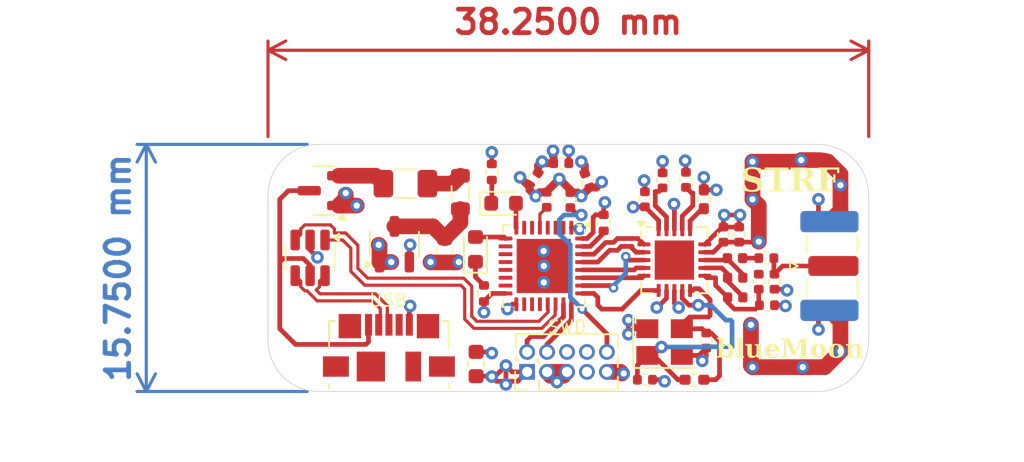
<source format=kicad_pcb>
(kicad_pcb (version 20240108) (generator "pcbnew") (generator_version "8.0")
  (layers (0 "F.Cu" signal) (1 "In1.Cu" signal) (2 "In2.Cu" signal) (31 "B.Cu" signal) (34 "B.Paste" user) (35 "F.Paste" user) (36 "B.SilkS" user "B.Silkscreen") (37 "F.SilkS" user "F.Silkscreen") (38 "B.Mask" user) (39 "F.Mask" user) (44 "Edge.Cuts" user))
  (net 0 "")
  (net 1 "NRF_XC1")
  (net 2 "NRF_XC2")
  (net 3 "Net-(U4-IREF)")
  (net 4 "GND")
  (net 5 "Net-(D1-K)")
  (net 6 "Net-(D2-K)")
  (net 7 "Net-(U2-PH3)")
  (net 8 "USB_CONN_D-")
  (net 9 "USB_D-")
  (net 10 "USB_D+")
  (net 11 "+5V")
  (net 12 "USB_CONN_D+")
  (net 13 "Net-(U1-VI)")
  (net 14 "+3.3V")
  (net 15 "Net-(Q1-S)")
  (net 17 "SPI_SCK")
  (net 23 "SPI_CSN")
  (net 26 "Net-(D1-A)")
  (net 29 "SWDIO")
  (net 31 "NRF_IRQ")
  (net 32 "SWDCLK")
  (net 35 "SPI_MOSI")
  (net 36 "NRF_CE")
  (net 37 "SPI_MISO")
  (net 38 "NRST")
  (net 39 "Net-(D2-A)")
  (net 40 "NRF_ANT2")
  (net 41 "Net-(U4-DVDD)")
  (net 42 "NRF_VDD_PA")
  (net 43 "NRF_ANT1")
  (net 44 "Net-(F2-Pad2)")
  (net 45 "Net-(C13-Pad1)")
  (net 56 "Net-(J3-In)")
  (footprint "Capacitor_SMD:C_0402_1005Metric" (layer "F.Cu") (at 168.3625 82.2575 -90)
    (property "Reference" "C10" (hide yes))
    (property "Value" "10n" (hide yes))
  )
  (footprint "Capacitor_SMD:C_0402_1005Metric" (layer "F.Cu") (at 162.08583 82.298947 -70)
    (property "Reference" "C6" (hide yes))
    (property "Value" "1u" (hide yes))
  )
  (footprint "Connector_USB:USB_Micro-B_Molex_47346-0001" (layer "F.Cu") (at 149.45 92.96)
    (property "Reference" "J2" (hide yes))
    (property "Value" "USB_B_Micro" (hide yes))
  )
  (footprint "Capacitor_SMD:C_0402_1005Metric" (layer "F.Cu") (at 171.75 85.75 -90)
    (property "Reference" "C11" (hide yes))
    (property "Value" "10n" (hide yes))
  )
  (footprint "Inductor_SMD:L_0402_1005Metric" (layer "F.Cu") (at 171.5 88.5 180)
    (property "Reference" "L1" (hide yes))
    (property "Value" "8n2" (hide yes))
  )
  (footprint "Capacitor_SMD:C_0402_1005Metric" (layer "F.Cu") (at 159.5 83.528947 90)
    (property "Reference" "C5" (hide yes))
    (property "Value" "100n" (hide yes))
  )
  (footprint "Capacitor_SMD:C_0402_1005Metric" (layer "F.Cu") (at 174 88.75 90)
    (property "Reference" "C14" (hide yes))
    (property "Value" "1p" (hide yes))
  )
  (footprint "Capacitor_SMD:C_0402_1005Metric" (layer "F.Cu") (at 160.42166 81.2)
    (property "Reference" "C3" (hide yes))
    (property "Value" "100n" (hide yes))
  )
  (footprint "Capacitor_SMD:C_0402_1005Metric" (layer "F.Cu") (at 173 88.75 -90)
    (property "Reference" "C15" (hide yes))
    (property "Value" "2n2" (hide yes))
  )
  (footprint "Connector_Coaxial:SMA_Samtec_SMA-J-P-H-ST-EM1_EdgeMount" (layer "F.Cu") (at 177.75 87.75)
    (property "Reference" "J3" (hide yes))
    (property "Value" "SMA" (hide yes))
  )
  (footprint "Package_TO_SOT_SMD:SOT-23-6" (layer "F.Cu") (at 144.43125 87.231249 -90)
    (property "Reference" "U3" (hide yes))
    (property "Value" "USBLC6-2SC6" (hide yes))
  )
  (footprint "Resistor_SMD:R_0402_1005Metric" (layer "F.Cu") (at 156 81.76 -90)
    (property "Reference" "R3" (hide yes))
    (property "Value" "2k2" (hide yes))
  )
  (footprint "Resistor_SMD:R_0402_1005Metric_Pad0.72x0.64mm_HandSolder" (layer "F.Cu") (at 168.9025 95 180)
    (property "Reference" "R5" (hide yes))
    (property "Value" "1M" (hide yes))
  )
  (footprint "Resistor_SMD:R_0402_1005Metric" (layer "F.Cu") (at 163.125 85 -90)
    (property "Reference" "R1" (hide yes))
    (property "Value" "10k" (hide yes))
  )
  (footprint "Capacitor_SMD:C_0402_1005Metric" (layer "F.Cu") (at 165.75 95)
    (property "Reference" "C17" (hide yes))
    (property "Value" "12p" (hide yes))
  )
  (footprint "Capacitor_SMD:C_0402_1005Metric" (layer "F.Cu") (at 170.75 85.75 -90)
    (property "Reference" "C8" (hide yes))
    (property "Value" "10u" (hide yes))
  )
  (footprint "Capacitor_SMD:C_0402_1005Metric" (layer "F.Cu") (at 169.6525 92.5 -90)
    (property "Reference" "C18" (hide yes))
    (property "Value" "12p" (hide yes))
  )
  (footprint "Inductor_SMD:L_0805_2012Metric" (layer "F.Cu") (at 154 83.0625 -90)
    (property "Reference" "FB1" (hide yes))
    (property "Value" "100Ω@100MHz" (hide yes))
  )
  (footprint "Capacitor_SMD:C_0402_1005Metric" (layer "F.Cu") (at 165.75 83.5 -90)
    (property "Reference" "C9" (hide yes))
    (property "Value" "10n" (hide yes))
  )
  (footprint "Fuse:Fuse_1206_3216Metric" (layer "F.Cu") (at 150.5 82.5)
    (property "Reference" "F2" (hide yes))
    (property "Value" "100mA" (hide yes))
  )
  (footprint "Capacitor_SMD:C_0402_1005Metric" (layer "F.Cu") (at 161 83.548947 90)
    (property "Reference" "C7" (hide yes))
    (property "Value" "100n" (hide yes))
  )
  (footprint "Capacitor_SMD:C_0402_1005Metric" (layer "F.Cu") (at 158.67166 82.2 -125)
    (property "Reference" "C4" (hide yes))
    (property "Value" "100n" (hide yes))
  )
  (footprint "Capacitor_SMD:C_0402_1005Metric" (layer "F.Cu") (at 166.875 82.295 90)
    (property "Reference" "C12" (hide yes))
    (property "Value" "33n" (hide yes))
  )
  (footprint "Inductor_SMD:L_0402_1005Metric" (layer "F.Cu") (at 171.5 89.75 180)
    (property "Reference" "L3" (hide yes))
    (property "Value" "2n7" (hide yes))
  )
  (footprint "Capacitor_SMD:C_0402_1005Metric" (layer "F.Cu") (at 173.52 90.25 180)
    (property "Reference" "C16" (hide yes))
    (property "Value" "4p7" (hide yes))
  )
  (footprint "Resistor_SMD:R_0402_1005Metric" (layer "F.Cu") (at 155.5 89.5 90)
    (property "Reference" "R2" (hide yes))
    (property "Value" "2k2" (hide yes))
  )
  (footprint "Capacitor_SMD:C_0603_1608Metric" (layer "F.Cu") (at 153 86.75 -90)
    (property "Reference" "C1" (hide yes))
    (property "Value" "10u" (hide yes))
  )
  (footprint "Capacitor_SMD:C_0603_1608Metric" (layer "F.Cu") (at 155 94 90)
    (property "Reference" "C2" (hide yes))
    (property "Value" "10u" (hide yes))
  )
  (footprint "Resistor_SMD:R_0402_1005Metric_Pad0.72x0.64mm_HandSolder" (layer "F.Cu") (at 169.5 83.5 -90)
    (property "Reference" "R4" (hide yes))
    (property "Value" "22k" (hide yes))
  )
  (footprint "Connector_PinHeader_1.27mm:PinHeader_2x05_P1.27mm_Vertical" (layer "F.Cu") (at 158.25 94.5 90)
    (property "Reference" "J1" (hide yes))
    (property "Value" "Conn_02x05_Odd_Even" (hide yes))
  )
  (footprint "LED_SMD:LED_0603_1608Metric" (layer "F.Cu") (at 154.96 86.6925 90)
    (property "Reference" "D2" (hide yes))
    (property "Value" "Green" (hide yes))
  )
  (footprint "Package_TO_SOT_SMD:SOT-23" (layer "F.Cu") (at 145.3125 82.95 180)
    (property "Reference" "Q1" (hide yes))
    (property "Value" "AO3401A" (hide yes))
  )
  (footprint "Package_DFN_QFN:QFN-32-1EP_5x5mm_P0.5mm_EP3.45x3.45mm" (layer "F.Cu") (at 159.3125 87.75 -90)
    (property "Reference" "U2" (hide yes))
    (property "Value" "STM32L432KBUx" (hide yes))
  )
  (footprint "Crystal:Crystal_SMD_3225-4Pin_3.2x2.5mm" (layer "F.Cu") (at 167.0025 92.6)
    (property "Reference" "Y1" (hide yes))
    (property "Value" "16MHz" (hide yes))
  )
  (footprint "Package_DFN_QFN:QFN-20-1EP_4x4mm_P0.5mm_EP2.5x2.5mm" (layer "F.Cu") (at 167.625 87.375)
    (property "Reference" "U4" (hide yes))
    (property "Value" "NRF24L01" (hide yes))
  )
  (footprint "Package_TO_SOT_SMD:SOT-23-3" (layer "F.Cu") (at 149.8 86.3625 90)
    (property "Reference" "U1" (hide yes))
    (property "Value" "XC6206PxxxMR" (hide yes))
  )
  (footprint "Capacitor_SMD:C_0402_1005Metric" (layer "F.Cu") (at 173.48 87.25)
    (property "Reference" "C13" (hide yes))
    (property "Value" "1p5" (hide yes))
  )
  (footprint "LED_SMD:LED_0603_1608Metric" (layer "F.Cu") (at 156.75 83.75)
    (property "Reference" "D1" (hide yes))
    (property "Value" "Yellow" (hide yes))
  )
  (footprint "Inductor_SMD:L_0402_1005Metric" (layer "F.Cu") (at 171.485 87.25)
    (property "Reference" "L2" (hide yes))
    (property "Value" "3n9" (hide yes))
  )
  (gr_arc (start 141.75 83.25) (mid 142.701903 80.951903) (end 145 80) (stroke (width 0.05)) (layer "Edge.Cuts"))
  (gr_line (start 141.75 92.5) (end 141.75 83.25) (stroke (width 0.05)) (layer "Edge.Cuts"))
  (gr_arc (start 145 95.75) (mid 142.701903 94.798097) (end 141.75 92.5) (stroke (width 0.05)) (layer "Edge.Cuts"))
  (gr_arc (start 180 92.5) (mid 179.048097 94.798097) (end 176.75 95.75) (stroke (width 0.05)) (layer "Edge.Cuts"))
  (gr_arc (start 176.75 80) (mid 179.048097 80.951903) (end 180 83.25) (stroke (width 0.05)) (layer "Edge.Cuts"))
  (gr_line (start 180 92.5) (end 180 83.25) (stroke (width 0.05)) (layer "Edge.Cuts"))
  (gr_line (start 145 80) (end 176.75 80) (stroke (width 0.05)) (layer "Edge.Cuts"))
  (gr_line (start 145 95.75) (end 176.75 95.75) (stroke (width 0.05)) (layer "Edge.Cuts"))
  (gr_text "STRF" (at 175 81.5 0) (layer "F.SilkS") (effects (font (size 1.5 1.5) (thickness 0.2) (bold yes) (italic yes)) (justify top)))
  (gr_text "USB" (at 149.4 90.4 0) (layer "F.SilkS") (effects (font (size 0.8 0.8) (thickness 0.1)) (justify bottom)))
  (gr_text "SWD" (at 160.79 92.1 0) (layer "F.SilkS") (effects (font (size 0.8 0.8) (thickness 0.1)) (justify bottom)))
  (gr_text "blueMoon" (at 175 93.8 0) (layer "F.SilkS") (effects (font (size 1.2 1.2) (thickness 0.2) (bold yes)) (justify bottom)))
  (dimension (type aligned) (layer "F.Cu") (pts (xy 141.75 80) (xy 180 80)) (height -6) (gr_text "38.2500 mm" (at 160.875 72.2 0) (layer "F.Cu") (effects (font (size 1.5 1.5) (thickness 0.3)))) (format (prefix "") (suffix "") (units 3) (units_format 1) (precision 4)) (style (thickness 0.2) (arrow_length 1.27) (text_position_mode 0) (extension_height 0.58642) (extension_offset 0.5) keep_text_aligned))
  (dimension (type aligned) (layer "B.Cu") (pts (xy 144.75 80) (xy 144.75 95.75)) (height 10.75) (gr_text "15.7500 mm" (at 132.2 87.875 90) (layer "B.Cu") (effects (font (size 1.5 1.5) (thickness 0.3)))) (format (prefix "") (suffix "") (units 3) (units_format 1) (precision 4)) (style (thickness 0.2) (arrow_length 1.27) (text_position_mode 0) (extension_height 0.58642) (extension_offset 0.5) keep_text_aligned))
  (segment (start 168.1025 91.4975) (end 168.6 91) (width 0.3) (layer "F.Cu") (net 1))
  (segment (start 170.5 94.75) (end 170.5 92.557501) (width 0.3) (layer "F.Cu") (net 1))
  (segment (start 169.8 91) (end 169.9 90.9) (width 0.3) (layer "F.Cu") (net 1))
  (segment (start 170.5 92.557501) (end 169.962499 92.02) (width 0.3) (layer "F.Cu") (net 1))
  (segment (start 168.7875 89.3125) (end 168.625 89.3125) (width 0.3) (layer "F.Cu") (net 1))
  (segment (start 169.9 89.9) (end 169.2 89.2) (width 0.3) (layer "F.Cu") (net 1))
  (segment (start 169.962499 92.02) (end 169.6525 92.02) (width 0.3) (layer "F.Cu") (net 1))
  (segment (start 170.25 95) (end 170.5 94.75) (width 0.3) (layer "F.Cu") (net 1))
  (segment (start 168.9 89.2) (end 168.7875 89.3125) (width 0.3) (layer "F.Cu") (net 1))
  (segment (start 168.1025 91.75) (end 168.1025 91.4975) (width 0.3) (layer "F.Cu") (net 1))
  (segment (start 168.1025 91.75) (end 169.3825 91.75) (width 0.3) (layer "F.Cu") (net 1))
  (segment (start 169.9 90.9) (end 169.9 89.9) (width 0.3) (layer "F.Cu") (net 1))
  (segment (start 169.5 95) (end 170.25 95) (width 0.3) (layer "F.Cu") (net 1))
  (segment (start 168.6 91) (end 169.8 91) (width 0.3) (layer "F.Cu") (net 1))
  (segment (start 169.2 89.2) (end 168.9 89.2) (width 0.3) (layer "F.Cu") (net 1))
  (segment (start 169.3825 91.75) (end 169.6525 92.02) (width 0.3) (layer "F.Cu") (net 1))
  (segment (start 166.268187 93.45) (end 166.802499 92.915688) (width 0.3) (layer "F.Cu") (net 2))
  (segment (start 165.9025 93.45) (end 166.05 93.45) (width 0.3) (layer "F.Cu") (net 2))
  (segment (start 168.125 89.3125) (end 168.125 89.810096) (width 0.3) (layer "F.Cu") (net 2))
  (segment (start 166.3 93.45) (end 165.9025 93.45) (width 0.3) (layer "F.Cu") (net 2))
  (segment (start 165.9025 93.45) (end 166.268187 93.45) (width 0.3) (layer "F.Cu") (net 2))
  (segment (start 165.27 95) (end 165.27 94.0825) (width 0.3) (layer "F.Cu") (net 2))
  (segment (start 168.125 89.810096) (end 168.564904 90.25) (width 0.3) (layer "F.Cu") (net 2))
  (segment (start 168.564904 90.25) (end 169.15 90.25) (width 0.3) (layer "F.Cu") (net 2))
  (segment (start 167.85 95) (end 166.3 93.45) (width 0.3) (layer "F.Cu") (net 2))
  (segment (start 165.27 94.0825) (end 165.9025 93.45) (width 0.3) (layer "F.Cu") (net 2))
  (segment (start 168.305 95) (end 167.85 95) (width 0.3) (layer "F.Cu") (net 2))
  (via (at 166.802499 92.915688) (size 0.8) (drill 0.4) (layers "F.Cu" "B.Cu") (net 2))
  (via (at 169.15 90.25) (size 0.8) (drill 0.4) (layers "F.Cu" "B.Cu") (net 2))
  (segment (start 169.95 90.25) (end 170.9 91.2) (width 0.3) (layer "B.Cu") (net 2))
  (segment (start 169.15 90.25) (end 169.95 90.25) (width 0.3) (layer "B.Cu") (net 2))
  (segment (start 169.576349 92.915688) (end 169.592037 92.9) (width 0.3) (layer "B.Cu") (net 2))
  (segment (start 171.3 91.3) (end 171.2 91.2) (width 0.3) (layer "B.Cu") (net 2))
  (segment (start 166.802499 92.915688) (end 169.576349 92.915688) (width 0.3) (layer "B.Cu") (net 2))
  (segment (start 171.3 92.9) (end 171.3 91.3) (width 0.3) (layer "B.Cu") (net 2))
  (segment (start 171.2 91.2) (end 170.9 91.2) (width 0.3) (layer "B.Cu") (net 2))
  (segment (start 169.592037 92.9) (end 171.3 92.9) (width 0.3) (layer "B.Cu") (net 2))
  (segment (start 168.625 84.875) (end 168.625 85.4375) (width 0.3) (layer "F.Cu") (net 3))
  (segment (start 169.5 84.0975) (end 169.4025 84.0975) (width 0.3) (layer "F.Cu") (net 3))
  (segment (start 169.4025 84.0975) (end 168.625 84.875) (width 0.3) (layer "F.Cu") (net 3))
  (segment (start 173 83.9) (end 172.6 83.5) (width 1) (layer "F.Cu") (net 4))
  (segment (start 158.293192 82.593192) (end 157.8 82.1) (width 0.5) (layer "F.Cu") (net 4))
  (segment (start 152.125 87.525) (end 152.1 87.5) (width 1) (layer "F.Cu") (net 4))
  (segment (start 148.85 86.45) (end 148.8 86.4) (width 1) (layer "F.Cu") (net 4))
  (segment (start 164.19 94.5) (end 164.29 94.6) (width 1) (layer "F.Cu") (net 4))
  (segment (start 153 87.525) (end 152.125 87.525) (width 1) (layer "F.Cu") (net 4))
  (segment (start 168.1025 93.45) (end 169.1825 93.45) (width 0.3) (layer "F.Cu") (net 4))
  (segment (start 153.76 87.525) (end 153.785 87.5) (width 1) (layer "F.Cu") (net 4))
  (segment (start 160.90166 80.65166) (end 160.9 80.65) (width 0.3) (layer "F.Cu") (net 4))
  (segment (start 175.7 81) (end 176.38624 81) (width 1) (layer "F.Cu") (net 4))
  (segment (start 174 89.23) (end 174.73 89.23) (width 0.3) (layer "F.Cu") (net 4))
  (segment (start 166.625 84.855) (end 165.75 83.98) (width 0.3) (layer "F.Cu") (net 4))
  (segment (start 172.6 81.1) (end 175.6 81.1) (width 1) (layer "F.Cu") (net 4))
  (segment (start 172.5 91.5) (end 172.5 94.1) (width 1) (layer "F.Cu") (net 4))
  (segment (start 178.2 81.9) (end 178.2 82.6) (width 1) (layer "F.Cu") (net 4))
  (segment (start 167.625 90.125) (end 167.9 90.4) (width 0.3) (layer "F.Cu") (net 4))
  (segment (start 156.875 89.5) (end 156.01 89.5) (width 0.3) (layer "F.Cu") (net 4))
  (segment (start 177.2 94.2) (end 178.2 93.2) (width 1) (layer "F.Cu") (net 4))
  (segment (start 166.625 85.4375) (end 166.625 84.855) (width 0.3) (layer "F.Cu") (net 4))
  (segment (start 171.75 86.23) (end 172.97 86.23) (width 0.3) (layer "F.Cu") (net 4))
  (segment (start 168.125 84.575) (end 168.8 83.9) (width 0.3) (layer "F.Cu") (net 4))
  (segment (start 158.396344 82.896344) (end 158.8 83.3) (width 0.5) (layer "F.Cu") (net 4))
  (segment (start 169.5625 86.875) (end 170.105 86.875) (width 0.3) (layer "F.Cu") (net 4))
  (segment (start 159.52 94.5) (end 160.79 94.5) (width 1) (layer "F.Cu") (net 4))
  (segment (start 160.55 94.75) (end 159.75 94.75) (width 1) (layer "F.Cu") (net 4))
  (segment (start 150.75 91.5) (end 150.75 90.35) (width 0.3) (layer "F.Cu") (net 4))
  (segment (start 169.5 82.9025) (end 170.2975 82.9025) (width 0.3) (layer "F.Cu") (net 4))
  (segment (start 150.75 90.35) (end 150.8 90.3) (width 0.3) (layer "F.Cu") (net 4))
  (segment (start 178.2 91.275) (end 177.5 90.575) (width 1) (layer "F.Cu") (net 4))
  (segment (start 159.051053 83.048947) (end 158.8 83.3) (width 0.5) (layer "F.Cu") (net 4))
  (segment (start 174.73 89.23) (end 174.8 89.3) (width 0.3) (layer "F.Cu") (net 4))
  (segment (start 172.6 94.2) (end 175.8 94.2) (width 1) (layer "F.Cu") (net 4))
  (segment (start 160.79 94.5) (end 160.79 94.51) (width 1) (layer "F.Cu") (net 4))
  (segment (start 177.126216 81.035757) (end 177.371765 81.091802) (width 1) (layer "F.Cu") (net 4))
  (segment (start 169.05 93.45) (end 169.4 93.8) (width 0.3) (layer "F.Cu") (net 4))
  (segment (start 161.75 86) (end 162.06549 86) (width 0.3) (layer "F.Cu") (net 4))
  (segment (start 170.2975 82.9025) (end 170.3 82.9) (width 0.3) (layer "F.Cu") (net 4))
  (segment (start 156.01 89.5) (end 155.5 90.01) (width 0.3) (layer "F.Cu") (net 4))
  (segment (start 168.8 83.1) (end 168.725 83.1) (width 0.3) (layer "F.Cu") (net 4))
  (segment (start 161.468947 83.068947) (end 161.7 83.3) (width 0.5) (layer "F.Cu") (net 4))
  (segment (start 168.8 83.9) (end 168.8 83.1) (width 0.3) (layer "F.Cu") (net 4))
  (segment (start 148.85 87.5) (end 148.85 86.45) (width 1) (layer "F.Cu") (net 4))
  (segment (start 162.25 82.75) (end 161.7 83.3) (width 0.5) (layer "F.Cu") (net 4))
  (segment (start 173 86.2) (end 173 83.9) (width 1) (layer "F.Cu") (net 4))
  (segment (start 162.61 84.49) (end 163.125 84.49) (width 0.3) (layer "F.Cu") (net 4))
  (segment (start 176.38624 81) (end 176.868908 81.006765) (width 1) (layer "F.Cu") (net 4))
  (segment (start 165.02 83.98) (end 165 84) (width 0.3) (layer "F.Cu") (net 4))
  (segment (start 155 93.225) (end 155.925 93.225) (width 0.3) (layer "F.Cu") (net 4))
  (segment (start 159.75 94.75) (end 159.52 94.52) (width 1) (layer "F.Cu") (net 4))
  (segment (start 156 81.25) (end 156 80.65) (width 0.3) (layer "F.Cu") (net 4))
  (segment (start 168.725 83.1) (end 168.3625 82.7375) (width 0.3) (layer "F.Cu") (net 4))
  (segment (start 158.396344 82.593192) (end 158.293192 82.593192) (width 0.5) (layer "F.Cu") (net 4))
  (segment (start 177.5 84.925) (end 177.225 84.925) (width 0.3) (layer "F.Cu") (net 4))
  (segment (start 160.90166 81.2) (end 160.90166 80.65166) (width 0.3) (layer "F.Cu") (net 4))
  (segment (start 170.75 86.23) (end 171.75 86.23) (width 0.3) (layer "F.Cu") (net 4))
  (segment (start 170.105 86.875) (end 170.75 86.23) (width 0.3) (layer "F.Cu") (net 4))
  (segment (start 169.5 82.9025) (end 169.5 82.1) (width 0.3) (layer "F.Cu") (net 4))
  (segment (start 144.43125 86.73125) (end 144.9 87.2) (width 0.3) (layer "F.Cu") (net 4))
  (segment (start 172.97 86.23) (end 173 86.2) (width 0.3) (layer "F.Cu") (net 4))
  (segment (start 146.7 83.45) (end 146.7 83.2) (width 1) (layer "F.Cu") (net 4))
  (segment (start 162.06549 86) (end 162.455 85.61049) (width 0.3) (layer "F.Cu") (net 4))
  (segment (start 163.33 94.5) (end 164.19 94.5) (width 1) (layer "F.Cu") (net 4))
  (segment (start 148.85 87.5) (end 149.6 87.5) (width 1) (layer "F.Cu") (net 4))
  (segment (start 161 83.068947) (end 161.468947 83.068947) (width 0.5) (layer "F.Cu") (net 4))
  (segment (start 159.5 83.048947) (end 159.5 83) (width 0.5) (layer "F.Cu") (net 4))
  (segment (start 167.625 89.3125) (end 167.625 90.125) (width 0.3) (layer "F.Cu") (net 4))
  (segment (start 178.2 93.2) (end 178.2 91.275) (width 1) (layer "F.Cu") (net 4))
  (segment (start 161 82.9) (end 160.3 82.2) (width 0.5) (layer "F.Cu") (net 4))
  (segment (start 175.6 81.1) (end 175.7 81) (width 1) (layer "F.Cu") (net 4))
  (segment (start 177.5 90.575) (end 177.125 90.575) (width 0.3) (layer "F.Cu") (net 4))
  (segment (start 162.25 82.75) (end 162.65 82.75) (width 0.5) (layer "F.Cu") (net 4))
  (segment (start 163.125 84.49) (end 163.125 83.775) (width 0.3) (layer "F.Cu") (net 4))
  (segment (start 177.125 90.575) (end 176.8 90.9) (width 0.3) (layer "F.Cu") (net 4))
  (segment (start 176.8 84.5) (end 176.8 83.5) (width 0.3) (layer "F.Cu") (net 4))
  (segment (start 144.43125 86.093749) (end 144.43125 86.73125) (width 0.3) (layer "F.Cu") (net 4))
  (segment (start 176.868908 81.006765) (end 177.126216 81.035757) (width 1) (layer "F.Cu") (net 4))
  (segment (start 161 83.068947) (end 161 82.9) (width 0.5) (layer "F.Cu") (net 4))
  (segment (start 166.875 81.815) (end 166.875 81.075) (width 0.3) (layer "F.Cu") (net 4))
  (segment (start 164.7 91.2) (end 164.7 92.1) (width 0.3) (layer "F.Cu") (net 4))
  (segment (start 153 87.525) (end 153.76 87.525) (width 1) (layer "F.Cu") (net 4))
  (segment (start 178.2 84.225) (end 177.5 84.925) (width 1) (layer "F.Cu") (net 4))
  (segment (start 165.75 83.98) (end 165.02 83.98) (width 0.3) (layer "F.Cu") (net 4))
  (segment (start 174.65 90.25) (end 174.7 90.3) (width 0.3) (layer "F.Cu") (net 4))
  (segment (start 155.925 93.225) (end 156 93.3) (width 0.3) (layer "F.Cu") (net 4))
  (segment (start 155.5 90.01) (end 155.5 90.7) (width 0.3) (layer "F.Cu") (net 4))
  (segment (start 169.1825 93.45) (end 169.6525 92.98) (width 0.3) (layer "F.Cu") (net 4))
  (segment (start 165.05 91.75) (end 164.7 92.1) (width 0.3) (layer "F.Cu") (net 4))
  (segment (start 159.5 83) (end 160.3 82.2) (width 0.5) (layer "F.Cu") (net 4))
  (segment (start 177.402587 81.102587) (end 178.2 81.9) (width 1) (layer "F.Cu") (net 4))
  (segment (start 160.79 94.51) (end 160.55 94.75) (width 1) (layer "F.Cu") (net 4))
  (segment (start 175.9 94.3) (end 175.8 94.2) (width 0.3) (layer "F.Cu") (net 4))
  (segment (start 158.396344 82.593192) (end 158.396344 82.896344) (width 0.5) (layer "F.Cu") (net 4))
  (segment (start 168.125 85.4375) (end 168.125 84.575) (width 0.3) (layer "F.Cu") (net 4))
  (segment (start 162.455 84.645) (end 162.61 84.49) (width 0.3) (layer "F.Cu") (net 4))
  (segment (start 146.25 83.9) (end 147.4 83.9) (width 1) (layer "F.Cu") (net 4))
  (segment (start 165.9025 91.75) (end 165.05 91.75) (width 0.3) (layer "F.Cu") (net 4))
  (segment (start 172.5 94.1) (end 172.6 94.2) (width 1) (layer "F.Cu") (net 4))
  (segment (start 166.9 95) (end 167 95.1) (width 0.3) (layer "F.Cu") (net 4))
  (segment (start 168.1025 93.45) (end 169.05 93.45) (width 0.3) (layer "F.Cu") (net 4))
  (segment (start 168.3625 82.7375) (end 168.2375 82.8625) (width 0.3) (layer "F.Cu") (net 4))
  (segment (start 176.8 84.5) (end 177.225 84.925) (width 0.3) (layer "F.Cu") (net 4))
  (segment (start 163.125 83.775) (end 163.2 83.7) (width 0.3) (layer "F.Cu") (net 4))
  (segment (start 175.8 94.2) (end 177.2 94.2) (width 1) (layer "F.Cu") (net 4))
  (segment (start 169.6525 93.5475) (end 169.4 93.8) (width 0.3) (layer "F.Cu") (net 4))
  (segment (start 162.65 82.75) (end 163 82.4) (width 0.5) (layer "F.Cu") (net 4))
  (segment (start 177.371765 81.091802) (end 177.402587 81.102587) (width 1) (layer "F.Cu") (net 4))
  (segment (start 159.52 94.52) (end 159.52 94.5) (width 1) (layer "F.Cu") (net 4))
  (segment (start 169.6525 92.98) (end 169.6525 93.5475) (width 0.3) (layer "F.Cu") (net 4))
  (segment (start 178.2 82.6) (end 178.2 84.225) (width 1) (layer "F.Cu") (net 4))
  (segment (start 166.23 95) (end 166.9 95) (width 0.3) (layer "F.Cu") (net 4))
  (segment (start 165.9025 91.75) (end 165.25 91.75) (width 0.3) (layer "F.Cu") (net 4))
  (segment (start 172.6 83.5) (end 172.6 81.1) (width 1) (layer "F.Cu") (net 4))
  (segment (start 146.25 83.9) (end 146.7 83.45) (width 1) (layer "F.Cu") (net 4))
  (segment (start 162.455 85.61049) (end 162.455 84.645) (width 0.3) (layer "F.Cu") (net 4))
  (segment (start 159.5 83.048947) (end 159.051053 83.048947) (width 0.5) (layer "F.Cu") (net 4))
  (segment (start 174 90.25) (end 174.65 90.25) (width 0.3) (layer "F.Cu") (net 4))
  (segment (start 165.25 91.75) (end 164.7 91.2) (width 0.3) (layer "F.Cu") (net 4))
  (segment (start 176.8 90.9) (end 176.8 91.8) (width 0.3) (layer "F.Cu") (net 4))
  (via (at 176.8 83.5) (size 0.8) (drill 0.4) (layers "F.Cu" "B.Cu") (net 4))
  (via (at 144.9 87.2) (size 0.8) (drill 0.4) (layers "F.Cu" "B.Cu") (net 4))
  (via (at 160.3 82.2) (size 0.8) (drill 0.4) (layers "F.Cu" "B.Cu") (net 4))
  (via (at 156 93.3) (size 0.8) (drill 0.4) (layers "F.Cu" "B.Cu") (net 4))
  (via (at 172.6 94.2) (size 0.8) (drill 0.4) (layers "F.Cu" "B.Cu") (net 4))
  (via (at 157.8 82.1) (size 0.8) (drill 0.4) (layers "F.Cu" "B.Cu") (net 4))
  (via (at 163.2 83.7) (size 0.8) (drill 0.4) (layers "F.Cu" "B.Cu") (net 4))
  (via (at 160.9 80.4) (size 0.8) (drill 0.4) (layers "F.Cu" "B.Cu") (net 4))
  (via (at 176.8 91.8) (size 0.8) (drill 0.4) (layers "F.Cu" "B.Cu") (net 4))
  (via (at 159.3 86.8) (size 0.8) (drill 0.4) (layers "F.Cu" "B.Cu") (net 4))
  (via (at 165 84) (size 0.8) (drill 0.4) (layers "F.Cu" "B.Cu") (net 4))
  (via (at 167 95.1) (size 0.8) (drill 0.4) (layers "F.Cu" "B.Cu") (net 4))
  (via (at 146.7 83.1) (size 0.8) (drill 0.4) (layers "F.Cu" "B.Cu") (net 4))
  (via (at 159.3125 87.75) (size 0.8) (drill 0.4) (layers "F.Cu" "B.Cu") (net 4))
  (via (at 147.4 83.9) (size 0.8) (drill 0.4) (layers "F.Cu" "B.Cu") (net 4))
  (via (at 172.5 91.5) (size 0.8) (drill 0.4) (layers "F.Cu" "B.Cu") (net 4))
  (via (at 172.6 81.1) (size 0.8) (drill 0.4) (layers "F.Cu" "B.Cu") (net 4))
  (via (at 153.9 87.5) (size 0.8) (drill 0.4) (layers "F.Cu" "B.Cu") (net 4))
  (via (at 164.4 94.6) (size 0.8) (drill 0.4) (layers "F.Cu" "B.Cu") (net 4))
  (via (at 178.2 93.2) (size 0.8) (drill 0.4) (layers "F.Cu" "B.Cu") (net 4))
  (via (at 161.7 83.3) (size 0.8) (drill 0.4) (layers "F.Cu" "B.Cu") (net 4))
  (via (at 169.5 82.1) (size 0.8) (drill 0.4) (layers "F.Cu" "B.Cu") (net 4))
  (via (at 169.4 93.8) (size 0.8) (drill 0.4) (layers "F.Cu" "B.Cu") (net 4))
  (via (at 160.15 95.15) (size 0.8) (drill 0.4) (layers "F.Cu" "B.Cu") (net 4))
  (via (at 175.7 81) (size 0.8) (drill 0.4) (layers "F.Cu" "B.Cu") (net 4))
  (via (at 167.9 90.4) (size 0.8) (drill 0.4) (layers "F.Cu" "B.Cu") (net 4))
  (via (at 164.7 91.2) (size 0.8) (drill 0.4) (layers "F.Cu" "B.Cu") (net 4))
  (via (at 178.2 82.6) (size 0.8) (drill 0.4) (layers "F.Cu" "B.Cu") (net 4))
  (via (at 172.6 83.5) (size 0.8) (drill 0.4) (layers "F.Cu" "B.Cu") (net 4))
  (via (at 163 82.4) (size 0.8) (drill 0.4) (layers "F.Cu" "B.Cu") (net 4))
  (via (at 175.8 94.2) (size 0.8) (drill 0.4) (layers "F.Cu" "B.Cu") (net 4))
  (via (at 170.3 82.9) (size 0.8) (drill 0.4) (layers "F.Cu" "B.Cu") (net 4))
  (via (at 156 80.5) (size 0.8) (drill 0.4) (layers "F.Cu" "B.Cu") (net 4))
  (via (at 159.3125 88.8) (size 0.8) (drill 0.4) (layers "F.Cu" "B.Cu") (net 4))
  (via (at 173 86.2) (size 0.8) (drill 0.4) (layers "F.Cu" "B.Cu") (net 4))
  (via (at 152.1 87.5) (size 0.8) (drill 0.4) (layers "F.Cu" "B.Cu") (net 4))
  (via (at 150.8 90.3) (size 0.8) (drill 0.4) (layers "F.Cu" "B.Cu") (net 4))
  (via (at 174.7 90.3) (size 0.8) (drill 0.4) (layers "F.Cu" "B.Cu") (net 4))
  (via (at 174.8 89.3) (size 0.8) (drill 0.4) (layers "F.Cu" "B.Cu") (net 4))
  (via (at 148.8 86.4) (size 0.8) (drill 0.4) (layers "F.Cu" "B.Cu") (net 4))
  (via (at 166.875 81.075) (size 0.8) (drill 0.4) (layers "F.Cu" "B.Cu") (net 4))
  (via (at 158.8 83.3) (size 0.8) (drill 0.4) (layers "F.Cu" "B.Cu") (net 4))
  (via (at 149.6 87.5) (size 0.8) (drill 0.4) (layers "F.Cu" "B.Cu") (net 4))
  (via (at 164.7 92.1) (size 0.8) (drill 0.4) (layers "F.Cu" "B.Cu") (net 4))
  (via (at 155.5 90.7) (size 0.8) (drill 0.4) (layers "F.Cu" "B.Cu") (net 4))
  (segment (start 156 83.7125) (end 155.9625 83.75) (width 0.3) (layer "F.Cu") (net 5))
  (segment (start 156 82.27) (end 156 83.7125) (width 0.3) (layer "F.Cu") (net 5))
  (segment (start 154.96 87.48) (end 154.96 88.45) (width 0.3) (layer "F.Cu") (net 6))
  (segment (start 154.96 88.45) (end 155.5 88.99) (width 0.3) (layer "F.Cu") (net 6))
  (segment (start 162.272596 86.5) (end 163.125 85.647596) (width 0.3) (layer "F.Cu") (net 7))
  (segment (start 161.75 86.5) (end 162.272596 86.5) (width 0.3) (layer "F.Cu") (net 7))
  (segment (start 163.125 85.647596) (end 163.125 85.51) (width 0.3) (layer "F.Cu") (net 7))
  (segment (start 143.83125 89.071801) (end 144.090698 89.331249) (width 0.2) (layer "F.Cu") (net 8))
  (segment (start 148.9 90.4682) (end 148.9 90.935) (width 0.2) (layer "F.Cu") (net 8))
  (segment (start 144.879105 89.975) (end 148.4068 89.975) (width 0.2) (layer "F.Cu") (net 8))
  (segment (start 148.4068 89.975) (end 148.9 90.4682) (width 0.2) (layer "F.Cu") (net 8))
  (segment (start 148.9 90.935) (end 148.8 91.035) (width 0.2) (layer "F.Cu") (net 8))
  (segment (start 143.48125 88.368749) (end 143.83125 88.718749) (width 0.2) (layer "F.Cu") (net 8))
  (segment (start 144.235354 89.331249) (end 144.879105 89.975) (width 0.2) (layer "F.Cu") (net 8))
  (segment (start 148.8 91.035) (end 148.8 91.5) (width 0.2) (layer "F.Cu") (net 8))
  (segment (start 144.090698 89.331249) (end 144.235354 89.331249) (width 0.2) (layer "F.Cu") (net 8))
  (segment (start 143.83125 88.718749) (end 143.83125 89.071801) (width 0.2) (layer "F.Cu") (net 8))
  (segment (start 159.5875 90.525) (end 159.5625 90.5) (width 0.2) (layer "F.Cu") (net 9))
  (segment (start 147.141874 86.098674) (end 147.475 86.4318) (width 0.2) (layer "F.Cu") (net 9))
  (segment (start 146.936954 85.893754) (end 147.141874 86.098674) (width 0.2) (layer "F.Cu") (net 9))
  (segment (start 147.475 86.997052) (end 147.475 87.9068) (width 0.2) (layer "F.Cu") (net 9))
  (segment (start 143.83125 85.390697) (end 144.090698 85.131249) (width 0.2) (layer "F.Cu") (net 9))
  (segment (start 159.5625 90.5) (end 159.5625 90.1875) (width 0.2) (layer "F.Cu") (net 9))
  (segment (start 158.999832 91.275) (end 159.5875 90.687332) (width 0.2) (layer "F.Cu") (net 9))
  (segment (start 154.725 89.03879) (end 154.725 90.954201) (width 0.2) (layer "F.Cu") (net 9))
  (segment (start 147.475 86.4318) (end 147.475 86.997052) (width 0.2) (layer "F.Cu") (net 9))
  (segment (start 147.475 87.9068) (end 148.0932 88.525) (width 0.2) (layer "F.Cu") (net 9))
  (segment (start 146.686949 85.643749) (end 146.936954 85.893754) (width 0.2) (layer "F.Cu") (net 9))
  (segment (start 154.21121 88.525) (end 154.725 89.03879) (width 0.2) (layer "F.Cu") (net 9))
  (segment (start 143.83125 85.743749) (end 143.83125 85.390697) (width 0.2) (layer "F.Cu") (net 9))
  (segment (start 143.48125 86.093749) (end 143.83125 85.743749) (width 0.2) (layer "F.Cu") (net 9))
  (segment (start 157.118875 91.275) (end 158.999832 91.275) (width 0.2) (layer "F.Cu") (net 9))
  (segment (start 159.5875 90.687332) (end 159.5875 90.525) (width 0.2) (layer "F.Cu") (net 9))
  (segment (start 148.0932 88.525) (end 154.21121 88.525) (width 0.2) (layer "F.Cu") (net 9))
  (segment (start 154.725 90.954201) (end 155.045799 91.275) (width 0.2) (layer "F.Cu") (net 9))
  (segment (start 155.339194 91.275) (end 157.118875 91.275) (width 0.2) (layer "F.Cu") (net 9))
  (segment (start 144.090698 85.131249) (end 145.721802 85.131249) (width 0.2) (layer "F.Cu") (net 9))
  (segment (start 145.721802 85.131249) (end 145.98125 85.390697) (width 0.2) (layer "F.Cu") (net 9))
  (segment (start 155.045799 91.275) (end 155.339194 91.275) (width 0.2) (layer "F.Cu") (net 9))
  (segment (start 145.98125 85.643749) (end 146.686949 85.643749) (width 0.2) (layer "F.Cu") (net 9))
  (segment (start 145.98125 85.504066) (end 145.98125 85.643749) (width 0.2) (layer "F.Cu") (net 9))
  (segment (start 145.98125 85.390697) (end 145.98125 85.504066) (width 0.2) (layer "F.Cu") (net 9))
  (segment (start 159.186232 91.725) (end 160.0375 90.873732) (width 0.2) (layer "F.Cu") (net 10))
  (segment (start 160.0375 90.873732) (end 160.0375 90.525) (width 0.2) (layer "F.Cu") (net 10))
  (segment (start 157.118875 91.725) (end 159.186232 91.725) (width 0.2) (layer "F.Cu") (net 10))
  (segment (start 147.025 86.6182) (end 147.025 86.997052) (width 0.2) (layer "F.Cu") (net 10))
  (segment (start 146.500549 86.093749) (end 146.618754 86.211954) (width 0.2) (layer "F.Cu") (net 10))
  (segment (start 154.275 89.22519) (end 154.275 91.140601) (width 0.2) (layer "F.Cu") (net 10))
  (segment (start 155.339194 91.725) (end 157.118875 91.725) (width 0.2) (layer "F.Cu") (net 10))
  (segment (start 160.0625 90.5) (end 160.0625 90.1875) (width 0.2) (layer "F.Cu") (net 10))
  (segment (start 145.38125 86.093749) (end 146.500549 86.093749) (width 0.2) (layer "F.Cu") (net 10))
  (segment (start 154.859399 91.725) (end 155.339194 91.725) (width 0.2) (layer "F.Cu") (net 10))
  (segment (start 147.025 86.997052) (end 147.025 88.0932) (width 0.2) (layer "F.Cu") (net 10))
  (segment (start 147.9068 88.975) (end 154.02481 88.975) (width 0.2) (layer "F.Cu") (net 10))
  (segment (start 147.025 88.0932) (end 147.9068 88.975) (width 0.2) (layer "F.Cu") (net 10))
  (segment (start 160.0375 90.525) (end 160.0625 90.5) (width 0.2) (layer "F.Cu") (net 10))
  (segment (start 154.02481 88.975) (end 154.275 89.22519) (width 0.2) (layer "F.Cu") (net 10))
  (segment (start 146.618754 86.211954) (end 147.025 86.6182) (width 0.2) (layer "F.Cu") (net 10))
  (segment (start 154.275 91.140601) (end 154.859399 91.725) (width 0.2) (layer "F.Cu") (net 10))
  (segment (start 144 87.275) (end 142.725 87.275) (width 0.3) (layer "F.Cu") (net 11))
  (segment (start 148.15 91.5) (end 148.15 92.585) (width 0.3) (layer "F.Cu") (net 11))
  (segment (start 144.43125 87.70625) (end 144.43125 88.368749) (width 0.3) (layer "F.Cu") (net 11))
  (segment (start 147.985 92.75) (end 143.5 92.75) (width 0.3) (layer "F.Cu") (net 11))
  (segment (start 142.5 87.5) (end 142.5 87) (width 0.3) (layer "F.Cu") (net 11))
  (segment (start 144.375 82.95) (end 143.05 82.95) (width 0.3) (layer "F.Cu") (net 11))
  (segment (start 142.5 83.5) (end 142.5 87) (width 0.3) (layer "F.Cu") (net 11))
  (segment (start 142.5 91.75) (end 142.5 87.75) (width 0.3) (layer "F.Cu") (net 11))
  (segment (start 148.15 92.585) (end 147.985 92.75) (width 0.3) (layer "F.Cu") (net 11))
  (segment (start 143.5 92.75) (end 142.5 91.75) (width 0.3) (layer "F.Cu") (net 11))
  (segment (start 142.5 87.75) (end 142.5 87.5) (width 0.3) (layer "F.Cu") (net 11))
  (segment (start 144 87.275) (end 144.43125 87.70625) (width 0.3) (layer "F.Cu") (net 11))
  (segment (start 142.725 87.275) (end 142.5 87.5) (width 0.3) (layer "F.Cu") (net 11))
  (segment (start 143.05 82.95) (end 142.5 83.5) (width 0.3) (layer "F.Cu") (net 11))
  (segment (start 149.35 90.2818) (end 149.35 90.935) (width 0.2) (layer "F.Cu") (net 12))
  (segment (start 149.35 90.935) (end 149.45 91.035) (width 0.2) (layer "F.Cu") (net 12))
  (segment (start 145.065505 89.525) (end 148.5932 89.525) (width 0.2) (layer "F.Cu") (net 12))
  (segment (start 145.38125 88.368749) (end 145.03125 88.718749) (width 0.2) (layer "F.Cu") (net 12))
  (segment (start 145.03125 89.071801) (end 144.821778 89.281273) (width 0.2) (layer "F.Cu") (net 12))
  (segment (start 148.5932 89.525) (end 149.35 90.2818) (width 0.2) (layer "F.Cu") (net 12))
  (segment (start 145.03125 88.718749) (end 145.03125 89.071801) (width 0.2) (layer "F.Cu") (net 12))
  (segment (start 144.821778 89.281273) (end 145.065505 89.525) (width 0.2) (layer "F.Cu") (net 12))
  (segment (start 149.45 91.035) (end 149.45 91.5) (width 0.2) (layer "F.Cu") (net 12))
  (segment (start 149.8 85.225) (end 152.25 85.225) (width 1) (layer "F.Cu") (net 13))
  (segment (start 154 84.125) (end 154 84.975) (width 1) (layer "F.Cu") (net 13))
  (segment (start 154 84.975) (end 153 85.975) (width 1) (layer "F.Cu") (net 13))
  (segment (start 152.25 85.225) (end 153 85.975) (width 1) (layer "F.Cu") (net 13))
  (segment (start 167.625 85.4375) (end 167.625 83.825) (width 0.3) (layer "F.Cu") (net 14))
  (segment (start 159.94166 80.79166) (end 159.9 80.75) (width 0.5) (layer "F.Cu") (net 14))
  (segment (start 158.25 94.5) (end 157.65 95.1) (width 0.3) (layer "F.Cu") (net 14))
  (segment (start 159.94166 81.2) (end 159.3 81.2) (width 0.5) (layer "F.Cu") (net 14))
  (segment (start 159.0625 84.446447) (end 159.0625 85.3125) (width 0.2) (layer "F.Cu") (net 14))
  (segment (start 156.9 94.1) (end 156.9 95.1) (width 0.3) (layer "F.Cu") (net 14))
  (segment (start 156.3 95.1) (end 156.9 95.1) (width 0.3) (layer "F.Cu") (net 14))
  (segment (start 157.3125 90.1875) (end 157 90.5) (width 0.3) (layer "F.Cu") (net 14))
  (segment (start 165.75 82.35) (end 165.7 82.3) (width 0.3) (layer "F.Cu") (net 14))
  (segment (start 155.975 94.775) (end 156 94.8) (width 0.3) (layer "F.Cu") (net 14))
  (segment (start 156 94.8) (end 156.3 95.1) (width 0.3) (layer "F.Cu") (net 14))
  (segment (start 156 94.8) (end 156.2 94.8) (width 0.3) (layer "F.Cu") (net 14))
  (segment (start 165.75 83.02) (end 165.75 82.35) (width 0.3) (layer "F.Cu") (net 14))
  (segment (start 159.5 84.008947) (end 159.0625 84.446447) (width 0.2) (layer "F.Cu") (net 14))
  (segment (start 168.3625 81.7775) (end 168.3625 81.0875) (width 0.3) (layer "F.Cu") (net 14))
  (segment (start 167.125 89.810096) (end 166.535096 90.4) (width 0.3) (layer "F.Cu") (net 14))
  (segment (start 167.625 83.825) (end 167.6 83.8) (width 0.3) (layer "F.Cu") (net 14))
  (segment (start 157.65 95.1) (end 156.9 95.1) (width 0.3) (layer "F.Cu") (net 14))
  (segment (start 161.0625 85.3125) (end 161.5125 85.3125) (width 0.3) (layer "F.Cu") (net 14))
  (segment (start 158.946976 81.806808) (end 158.946976 81.353024) (width 0.5) (layer "F.Cu") (net 14))
  (segment (start 158.946976 81.353024) (end 159.2 81.1) (width 0.5) (layer "F.Cu") (net 14))
  (segment (start 170.8 84.5) (end 171.8 84.5) (width 0.3) (layer "F.Cu") (net 14))
  (segment (start 167.125 89.3125) (end 167.125 89.810096) (width 0.3) (layer "F.Cu") (net 14))
  (segment (start 171.75 84.55) (end 171.8 84.5) (width 0.3) (layer "F.Cu") (net 14))
  (segment (start 150.75 86.45) (end 150.8 86.4) (width 0.3) (layer "F.Cu") (net 14))
  (segment (start 150.75 87.5) (end 150.75 86.45) (width 0.3) (layer "F.Cu") (net 14))
  (segment (start 157.5625 90.1875) (end 157.3125 90.1875) (width 0.3) (layer "F.Cu") (net 14))
  (segment (start 170.75 85.27) (end 170.75 84.55) (width 0.3) (layer "F.Cu") (net 14))
  (segment (start 156.2 94.8) (end 156.9 94.1) (width 0.3) (layer "F.Cu") (net 14))
  (segment (start 170.6675 85.27) (end 170.75 85.27) (width 0.3) (layer "F.Cu") (net 14))
  (segment (start 155 94.775) (end 155.975 94.775) (width 0.3) (layer "F.Cu") (net 14))
  (segment (start 171.75 85.27) (end 171.75 84.55) (width 0.3) (layer "F.Cu") (net 14))
  (segment (start 161.92166 81.32166) (end 161.7 81.1) (width 0.5) (layer "F.Cu") (net 14))
  (segment (start 161.5125 85.3125) (end 161.6 85.4) (width 0.3) (layer "F.Cu") (net 14))
  (segment (start 159.94166 81.2) (end 159.94166 80.79166) (width 0.5) (layer "F.Cu") (net 14))
  (segment (start 161.92166 81.847894) (end 161.92166 81.32166) (width 0.5) (layer "F.Cu") (net 14))
  (segment (start 170.75 84.55) (end 170.8 84.5) (width 0.3) (layer "F.Cu") (net 14))
  (segment (start 170.75 85.27) (end 171.75 85.27) (width 0.3) (layer "F.Cu") (net 14))
  (segment (start 169.5625 86.375) (end 170.6675 85.27) (width 0.3) (layer "F.Cu") (net 14))
  (segment (start 168.3625 81.0875) (end 168.3125 81.0375) (width 0.3) (layer "F.Cu") (net 14))
  (segment (start 157.3 94.5) (end 156.9 94.1) (width 0.3) (layer "F.Cu") (net 14))
  (segment (start 159.3 81.2) (end 159.2 81.1) (width 0.5) (layer "F.Cu") (net 14))
  (segment (start 166.535096 90.4) (end 166.5 90.4) (width 0.3) (layer "F.Cu") (net 14))
  (segment (start 158.25 94.5) (end 157.3 94.5) (width 0.3) (layer "F.Cu") (net 14))
  (via (at 157 90.5) (size 0.8) (drill 0.4) (layers "F.Cu" "B.Cu") (net 14))
  (via (at 156.9 94.1) (size 0.8) (drill 0.4) (layers "F.Cu" "B.Cu") (net 14))
  (via (at 166.5 90.4) (size 0.8) (drill 0.4) (layers "F.Cu" "B.Cu") (net 14))
  (via (at 156.9 95.3) (size 0.8) (drill 0.4) (layers "F.Cu" "B.Cu") (net 14))
  (via (at 171.8 84.5) (size 0.8) (drill 0.4) (layers "F.Cu" "B.Cu") (net 14))
  (via (at 161.7 81.1) (size 0.8) (drill 0.4) (layers "F.Cu" "B.Cu") (net 14))
  (via (at 165.7 82.3) (size 0.8) (drill 0.4) (layers "F.Cu" "B.Cu") (net 14))
  (via (at 156 94.8) (size 0.8) (drill 0.4) (layers "F.Cu" "B.Cu") (net 14))
  (via (at 161.6 85.4) (size 0.8) (drill 0.4) (layers "F.Cu" "B.Cu") (net 14))
  (via (at 170.8 84.5) (size 0.8) (drill 0.4) (layers "F.Cu" "B.Cu") (net 14))
  (via (at 150.8 86.4) (size 0.8) (drill 0.4) (layers "F.Cu" "B.Cu") (net 14))
  (via (at 168.3125 81.0375) (size 0.8) (drill 0.4) (layers "F.Cu" "B.Cu") (net 14))
  (via (at 159.9 80.4) (size 0.8) (drill 0.4) (layers "F.Cu" "B.Cu") (net 14))
  (via (at 167.6 83.8) (size 0.8) (drill 0.4) (layers "F.Cu" "B.Cu") (net 14))
  (via (at 159.2 81.1) (size 0.8) (drill 0.4) (layers "F.Cu" "B.Cu") (net 14))
  (segment (start 148.6 82) (end 149.1 82.5) (width 1) (layer "F.Cu") (net 15))
  (segment (start 146.25 82) (end 148.6 82) (width 1) (layer "F.Cu") (net 15))
  (segment (start 164.757452 87.375) (end 164.532452 87.15) (width 0.3) (layer "F.Cu") (net 17))
  (segment (start 161.75 89) (end 163.6 89) (width 0.3) (layer "F.Cu") (net 17))
  (segment (start 163.6 89) (end 163.75 89.15) (width 0.3) (layer "F.Cu") (net 17))
  (segment (start 165.6875 87.375) (end 164.757452 87.375) (width 0.3) (layer "F.Cu") (net 17))
  (via (at 163.75 89.15) (size 0.6) (drill 0.3) (layers "F.Cu" "B.Cu") (net 17))
  (via (at 164.532452 87.15) (size 0.6) (drill 0.3) (layers "F.Cu" "B.Cu") (net 17))
  (segment (start 164.532452 88.217548) (end 163.75 89) (width 0.3) (layer "B.Cu") (net 17))
  (segment (start 163.75 89) (end 163.75 89.15) (width 0.3) (layer "B.Cu") (net 17))
  (segment (start 164.532452 87.15) (end 164.532452 88.217548) (width 0.3) (layer "B.Cu") (net 17))
  (segment (start 164.25 86.5) (end 164.925 86.5) (width 0.3) (layer "F.Cu") (net 23))
  (segment (start 164.925 86.610096) (end 165.189904 86.875) (width 0.3) (layer "F.Cu") (net 23))
  (segment (start 164.925 86.5) (end 164.925 86.610096) (width 0.3) (layer "F.Cu") (net 23))
  (segment (start 165.189904 86.875) (end 165.6875 86.875) (width 0.3) (layer "F.Cu") (net 23))
  (segment (start 164 86.75) (end 164.25 86.5) (width 0.3) (layer "F.Cu") (net 23))
  (segment (start 161.75 87.5) (end 162.75 87.5) (width 0.3) (layer "F.Cu") (net 23))
  (segment (start 163.5 86.75) (end 164 86.75) (width 0.3) (layer "F.Cu") (net 23))
  (segment (start 162.75 87.5) (end 163.5 86.75) (width 0.3) (layer "F.Cu") (net 23))
  (segment (start 157.5375 83.75) (end 157.5375 85.2875) (width 0.3) (layer "F.Cu") (net 26))
  (segment (start 157.5375 85.2875) (end 157.5625 85.3125) (width 0.3) (layer "F.Cu") (net 26))
  (segment (start 159.297628 92.25) (end 160.5625 90.985128) (width 0.3) (layer "F.Cu") (net 29))
  (segment (start 158.5 92.25) (end 159.297628 92.25) (width 0.3) (layer "F.Cu") (net 29))
  (segment (start 158.25 93.23) (end 158.25 92.5) (width 0.3) (layer "F.Cu") (net 29))
  (segment (start 158.25 92.5) (end 158.5 92.25) (width 0.3) (layer "F.Cu") (net 29))
  (segment (start 160.5625 90.985128) (end 160.5625 90.1875) (width 0.3) (layer "F.Cu") (net 29))
  (segment (start 164.3 90.5) (end 165.4875 89.3125) (width 0.3) (layer "F.Cu") (net 31))
  (segment (start 165.4875 89.3125) (end 166.625 89.3125) (width 0.3) (layer "F.Cu") (net 31))
  (segment (start 161.75 89.5) (end 162.5 89.5) (width 0.3) (layer "F.Cu") (net 31))
  (segment (start 162.5 89.5) (end 162.75 89.75) (width 0.3) (layer "F.Cu") (net 31))
  (segment (start 162.75 89.75) (end 162.75 90.25) (width 0.3) (layer "F.Cu") (net 31))
  (segment (start 162.75 90.25) (end 163 90.5) (width 0.3) (layer "F.Cu") (net 31))
  (segment (start 163 90.5) (end 164.3 90.5) (width 0.3) (layer "F.Cu") (net 31))
  (segment (start 159.504734 93.214734) (end 159.504734 92.75) (width 0.3) (layer "F.Cu") (net 32))
  (segment (start 159.52 93.23) (end 159.504734 93.214734) (width 0.3) (layer "F.Cu") (net 32))
  (segment (start 161.002367 91.252367) (end 161.0625 91.192235) (width 0.3) (layer "F.Cu") (net 32))
  (segment (start 159.504734 92.75) (end 161.002367 91.252367) (width 0.3) (layer "F.Cu") (net 32))
  (segment (start 161.0625 91.192235) (end 161.0625 90.1875) (width 0.3) (layer "F.Cu") (net 32))
  (segment (start 161.75 88) (end 165.064904 88) (width 0.3) (layer "F.Cu") (net 35))
  (segment (start 165.189904 87.875) (end 165.6875 87.875) (width 0.3) (layer "F.Cu") (net 35))
  (segment (start 165.064904 88) (end 165.189904 87.875) (width 0.3) (layer "F.Cu") (net 35))
  (segment (start 165.3125 86) (end 165.6875 86.375) (width 0.3) (layer "F.Cu") (net 36))
  (segment (start 164 86) (end 165.3125 86) (width 0.3) (layer "F.Cu") (net 36))
  (segment (start 161.75 87) (end 162.5 87) (width 0.3) (layer "F.Cu") (net 36))
  (segment (start 163.25 86.25) (end 163.75 86.25) (width 0.3) (layer "F.Cu") (net 36))
  (segment (start 163.75 86.25) (end 164 86) (width 0.3) (layer "F.Cu") (net 36))
  (segment (start 162.5 87) (end 163.25 86.25) (width 0.3) (layer "F.Cu") (net 36))
  (segment (start 165.5625 88.5) (end 165.6875 88.375) (width 0.3) (layer "F.Cu") (net 37))
  (segment (start 161.75 88.5) (end 165.5625 88.5) (width 0.3) (layer "F.Cu") (net 37))
  (segment (start 163.33 93.23) (end 163.33 92.25) (width 0.3) (layer "F.Cu") (net 38))
  (segment (start 163.33 92.08) (end 161.75 90.5) (width 0.3) (layer "F.Cu") (net 38))
  (segment (start 161.471053 84.5) (end 161 84.028947) (width 0.3) (layer "F.Cu") (net 38))
  (segment (start 163.33 92.25) (end 163.33 92.08) (width 0.3) (layer "F.Cu") (net 38))
  (segment (start 161.7 84.5) (end 161.471053 84.5) (width 0.3) (layer "F.Cu") (net 38))
  (via (at 161.7 84.5) (size 0.8) (drill 0.4) (layers "F.Cu" "B.Cu") (net 38))
  (via (at 161.75 90.5) (size 0.6) (drill 0.3) (layers "F.Cu" "B.Cu") (net 38))
  (segment (start 160.4 85.8) (end 160.3 85.7) (width 0.3) (layer "B.Cu") (net 38))
  (segment (start 160.3 84.8) (end 160.6 84.5) (width 0.3) (layer "B.Cu") (net 38))
  (segment (start 160.4 85.8) (end 161 86.4) (width 0.3) (layer "B.Cu") (net 38))
  (segment (start 161 86.4) (end 161 89.75) (width 0.3) (layer "B.Cu") (net 38))
  (segment (start 160.6 84.5) (end 161.7 84.5) (width 0.3) (layer "B.Cu") (net 38))
  (segment (start 160.3 85.7) (end 160.3 84.8) (width 0.3) (layer "B.Cu") (net 38))
  (segment (start 161 89.75) (end 161.75 90.5) (width 0.3) (layer "B.Cu") (net 38))
  (segment (start 154.96 85.905) (end 156.78 85.905) (width 0.3) (layer "F.Cu") (net 39))
  (segment (start 156.78 85.905) (end 156.875 86) (width 0.3) (layer "F.Cu") (net 39))
  (segment (start 169.5625 87.375) (end 170.875 87.375) (width 0.29337) (layer "F.Cu") (net 40))
  (segment (start 171.985 88.287972) (end 171.985 88.5) (width 0.29337) (layer "F.Cu") (net 40))
  (segment (start 170.875 87.375) (end 171 87.25) (width 0.29337) (layer "F.Cu") (net 40))
  (segment (start 171 87.302972) (end 171.985 88.287972) (width 0.29337) (layer "F.Cu") (net 40))
  (segment (start 171 87.25) (end 171 87.302972) (width 0.29337) (layer "F.Cu") (net 40))
  (segment (start 167.125 85.4375) (end 167.125 84.625) (width 0.3) (layer "F.Cu") (net 41))
  (segment (start 166.41 83) (end 166.65 83) (width 0.3) (layer "F.Cu") (net 41))
  (segment (start 166.41 83.91) (end 166.41 83) (width 0.3) (layer "F.Cu") (net 41))
  (segment (start 167.125 84.625) (end 166.41 83.91) (width 0.3) (layer "F.Cu") (net 41))
  (segment (start 166.65 83) (end 166.875 82.775) (width 0.3) (layer "F.Cu") (net 41))
  (segment (start 166.875 82.775) (end 167 82.9) (width 0.3) (layer "F.Cu") (net 41))
  (segment (start 170.25 88.5) (end 169.6875 88.5) (width 0.29337) (layer "F.Cu") (net 42))
  (segment (start 171.015 90.069999) (end 171.015 89.75) (width 0.29337) (layer "F.Cu") (net 42))
  (segment (start 169.6875 88.5) (end 169.5625 88.375) (width 0.29337) (layer "F.Cu") (net 42))
  (segment (start 170.25 88.985) (end 170.25 88.5) (width 0.29337) (layer "F.Cu") (net 42))
  (segment (start 173 90.21) (end 173.04 90.25) (width 0.29337) (layer "F.Cu") (net 42))
  (segment (start 173 89.23) (end 173 90.21) (width 0.29337) (layer "F.Cu") (net 42))
  (segment (start 171.015 89.75) (end 170.25 88.985) (width 0.29337) (layer "F.Cu") (net 42))
  (segment (start 171.445001 90.5) (end 171.015 90.069999) (width 0.29337) (layer "F.Cu") (net 42))
  (segment (start 173.04 90.25) (end 172.79 90.5) (width 0.29337) (layer "F.Cu") (net 42))
  (segment (start 172.79 90.5) (end 171.445001 90.5) (width 0.29337) (layer "F.Cu") (net 42))
  (segment (start 171.985 89.75) (end 171.985 89.69234) (width 0.3) (layer "F.Cu") (net 43))
  (segment (start 170.64 87.875) (end 169.5625 87.875) (width 0.3) (layer "F.Cu") (net 43))
  (segment (start 171.015 88.25) (end 170.64 87.875) (width 0.3) (layer "F.Cu") (net 43))
  (segment (start 171.015 88.72234) (end 171.015 88.5) (width 0.3) (layer "F.Cu") (net 43))
  (segment (start 171.985 89.69234) (end 171.015 88.72234) (width 0.3) (layer "F.Cu") (net 43))
  (segment (start 151.9 82.5) (end 153.5 82.5) (width 1) (layer "F.Cu") (net 44))
  (segment (start 153.5 82.5) (end 154 82) (width 1) (layer "F.Cu") (net 44))
  (segment (start 173 87.25) (end 171.97 87.25) (width 0.29337) (layer "F.Cu") (net 45))
  (segment (start 173.96 87.25) (end 173.96 88.23) (width 0.29337) (layer "F.Cu") (net 56))
  (segment (start 174.52 87.75) (end 174 88.27) (width 0.29337) (layer "F.Cu") (net 56))
  (segment (start 177.75 87.75) (end 174.52 87.75) (width 0.29337) (layer "F.Cu") (net 56))
  (segment (start 173.96 88.23) (end 174 88.27) (width 0.29337) (layer "F.Cu") (net 56))
)
</source>
